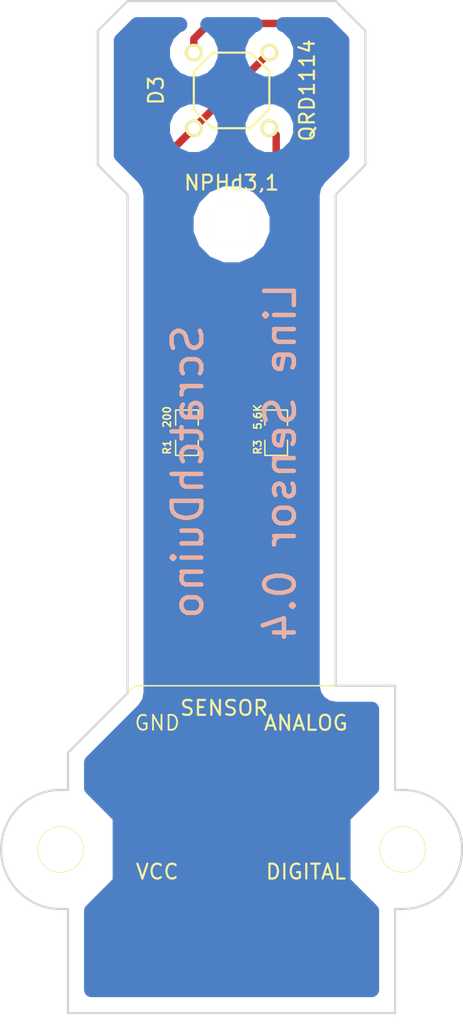
<source format=kicad_pcb>
(kicad_pcb (version 3) (host pcbnew "(2013-may-18)-stable")

  (general
    (links 7)
    (no_connects 1)
    (area 13.683999 13.638999 45.292001 82.718)
    (thickness 1.6)
    (drawings 26)
    (tracks 25)
    (zones 0)
    (modules 5)
    (nets 5)
  )

  (page A3)
  (layers
    (15 F.Cu signal)
    (0 B.Cu signal)
    (16 B.Adhes user hide)
    (17 F.Adhes user hide)
    (18 B.Paste user)
    (19 F.Paste user)
    (20 B.SilkS user)
    (21 F.SilkS user)
    (22 B.Mask user hide)
    (23 F.Mask user hide)
    (24 Dwgs.User user hide)
    (25 Cmts.User user hide)
    (26 Eco1.User user hide)
    (27 Eco2.User user hide)
    (28 Edge.Cuts user)
  )

  (setup
    (last_trace_width 0.5)
    (trace_clearance 0.254)
    (zone_clearance 1)
    (zone_45_only no)
    (trace_min 0.254)
    (segment_width 0.2)
    (edge_width 0.15)
    (via_size 1.5)
    (via_drill 1)
    (via_min_size 0.889)
    (via_min_drill 0.508)
    (uvia_size 0.508)
    (uvia_drill 0.127)
    (uvias_allowed no)
    (uvia_min_size 0.508)
    (uvia_min_drill 0.127)
    (pcb_text_width 0.3)
    (pcb_text_size 1.5 1.5)
    (mod_edge_width 0.15)
    (mod_text_size 1.5 1.5)
    (mod_text_width 0.15)
    (pad_size 3.1 3.1)
    (pad_drill 3)
    (pad_to_mask_clearance 0.2)
    (aux_axis_origin 0 0)
    (visible_elements FFFFFFBF)
    (pcbplotparams
      (layerselection 284983297)
      (usegerberextensions false)
      (excludeedgelayer true)
      (linewidth 0.100000)
      (plotframeref false)
      (viasonmask false)
      (mode 1)
      (useauxorigin false)
      (hpglpennumber 1)
      (hpglpenspeed 20)
      (hpglpendiameter 15)
      (hpglpenoverlay 2)
      (psnegative false)
      (psa4output false)
      (plotreference true)
      (plotvalue true)
      (plotothertext true)
      (plotinvisibletext false)
      (padsonsilk false)
      (subtractmaskfromsilk false)
      (outputformat 1)
      (mirror false)
      (drillshape 0)
      (scaleselection 1)
      (outputdirectory gerber/))
  )

  (net 0 "")
  (net 1 N-000001)
  (net 2 N-000002)
  (net 3 N-000003)
  (net 4 N-000004)

  (net_class Default "Это класс цепей по умолчанию."
    (clearance 0.254)
    (trace_width 0.5)
    (via_dia 1.5)
    (via_drill 1)
    (uvia_dia 0.508)
    (uvia_drill 0.127)
    (add_net "")
    (add_net N-000001)
    (add_net N-000002)
    (add_net N-000003)
    (add_net N-000004)
  )

  (module SMD0805 (layer F.Cu) (tedit 55DAB788) (tstamp 55D8E4DB)
    (at 26.488 42.714 90)
    (path /55D7A98A)
    (attr smd)
    (fp_text reference R1 (at -0.974 -1.342 90) (layer F.SilkS)
      (effects (font (size 0.50038 0.50038) (thickness 0.10922)))
    )
    (fp_text value 200 (at 1.058 -1.342 90) (layer F.SilkS)
      (effects (font (size 0.50038 0.50038) (thickness 0.10922)))
    )
    (fp_line (start -0.508 0.762) (end -1.524 0.762) (layer F.SilkS) (width 0.09906))
    (fp_line (start -1.524 0.762) (end -1.524 -0.762) (layer F.SilkS) (width 0.09906))
    (fp_line (start -1.524 -0.762) (end -0.508 -0.762) (layer F.SilkS) (width 0.09906))
    (fp_line (start 0.508 -0.762) (end 1.524 -0.762) (layer F.SilkS) (width 0.09906))
    (fp_line (start 1.524 -0.762) (end 1.524 0.762) (layer F.SilkS) (width 0.09906))
    (fp_line (start 1.524 0.762) (end 0.508 0.762) (layer F.SilkS) (width 0.09906))
    (pad 1 smd rect (at -0.9525 0 90) (size 0.889 1.397)
      (layers F.Cu F.Paste F.Mask)
      (net 4 N-000004)
    )
    (pad 2 smd rect (at 0.9525 0 90) (size 0.889 1.397)
      (layers F.Cu F.Paste F.Mask)
      (net 3 N-000003)
    )
    (model smd/chip_cms.wrl
      (at (xyz 0 0 0))
      (scale (xyz 0.1 0.1 0.1))
      (rotate (xyz 0 0 0))
    )
  )

  (module SMD0805 (layer F.Cu) (tedit 55DAB782) (tstamp 55D8D148)
    (at 32.488 42.714 270)
    (path /55D7A999)
    (attr smd)
    (fp_text reference R3 (at 0.974 1.246 270) (layer F.SilkS)
      (effects (font (size 0.50038 0.50038) (thickness 0.10922)))
    )
    (fp_text value 5,6K (at -1.058 1.246 270) (layer F.SilkS)
      (effects (font (size 0.50038 0.50038) (thickness 0.10922)))
    )
    (fp_line (start -0.508 0.762) (end -1.524 0.762) (layer F.SilkS) (width 0.09906))
    (fp_line (start -1.524 0.762) (end -1.524 -0.762) (layer F.SilkS) (width 0.09906))
    (fp_line (start -1.524 -0.762) (end -0.508 -0.762) (layer F.SilkS) (width 0.09906))
    (fp_line (start 0.508 -0.762) (end 1.524 -0.762) (layer F.SilkS) (width 0.09906))
    (fp_line (start 1.524 -0.762) (end 1.524 0.762) (layer F.SilkS) (width 0.09906))
    (fp_line (start 1.524 0.762) (end 0.508 0.762) (layer F.SilkS) (width 0.09906))
    (pad 1 smd rect (at -0.9525 0 270) (size 0.889 1.397)
      (layers F.Cu F.Paste F.Mask)
      (net 3 N-000003)
    )
    (pad 2 smd rect (at 0.9525 0 270) (size 0.889 1.397)
      (layers F.Cu F.Paste F.Mask)
      (net 2 N-000002)
    )
    (model smd/chip_cms.wrl
      (at (xyz 0 0 0))
      (scale (xyz 0.1 0.1 0.1))
      (rotate (xyz 0 0 0))
    )
  )

  (module SENSOR (layer F.Cu) (tedit 55DECABD) (tstamp 55D8D16E)
    (at 17.988 82.214)
    (path /55D7A979)
    (fp_text reference P1 (at 11.5 -1.5) (layer F.SilkS) hide
      (effects (font (size 1 1) (thickness 0.15)))
    )
    (fp_text value SENSOR (at 11 -21) (layer F.SilkS)
      (effects (font (size 1 1) (thickness 0.15)))
    )
    (fp_text user DIGITAL (at 16.5 -10) (layer F.SilkS)
      (effects (font (size 1 1) (thickness 0.15)))
    )
    (fp_text user VCC (at 6.5 -10) (layer F.SilkS)
      (effects (font (size 1 1) (thickness 0.15)))
    )
    (fp_text user ANALOG (at 16.5 -20) (layer F.SilkS)
      (effects (font (size 1 1) (thickness 0.15)))
    )
    (fp_text user GND (at 6.5 -20) (layer F.SilkS)
      (effects (font (size 1 1) (thickness 0.125)))
    )
    (fp_line (start 23 -15.5) (end 22.5 -15.5) (layer F.SilkS) (width 0.1))
    (fp_line (start 22.5 -15.5) (end 22.5 -22.5) (layer F.SilkS) (width 0.1))
    (fp_line (start 22.5 -0.5) (end 22.5 -7.5) (layer F.SilkS) (width 0.1))
    (fp_line (start 22.5 -7.5) (end 23 -7.5) (layer F.SilkS) (width 0.1))
    (fp_line (start 0 -7.5) (end 0.5 -7.5) (layer F.SilkS) (width 0.1))
    (fp_line (start 0.5 -7.5) (end 0.5 -0.5) (layer F.SilkS) (width 0.1))
    (fp_line (start 0 -15.5) (end 0.5 -15.5) (layer F.SilkS) (width 0.1))
    (fp_line (start 0.5 -15.5) (end 0.5 -17.5) (layer F.SilkS) (width 0.1))
    (fp_arc (start 23 -11.5) (end 27 -11.5) (angle 90) (layer F.SilkS) (width 0.1))
    (fp_arc (start 23 -11.5) (end 23 -15.5) (angle 90) (layer F.SilkS) (width 0.1))
    (fp_arc (start 0 -11.5) (end 0 -7.5) (angle 90) (layer F.SilkS) (width 0.1))
    (fp_arc (start 0 -11.5) (end -4 -11.5) (angle 90) (layer F.SilkS) (width 0.1))
    (fp_circle (center 0 -11.5) (end 1.5 -11.5) (layer F.SilkS) (width 0.1))
    (fp_circle (center 23 -11.5) (end 24.5 -11.5) (layer F.SilkS) (width 0.1))
    (fp_line (start 0.5 -17.5) (end 0.5 -18) (layer F.SilkS) (width 0.1))
    (fp_line (start 0.5 -18) (end 5 -22.5) (layer F.SilkS) (width 0.1))
    (fp_line (start 5 -22.5) (end 22.5 -22.5) (layer F.SilkS) (width 0.1))
    (fp_line (start 22.5 -0.5) (end 0.5 -0.5) (layer F.SilkS) (width 0.1))
    (pad 2 smd rect (at 6.5 -6.5) (size 5 5)
      (layers F.Cu F.Mask)
      (net 4 N-000004)
      (solder_mask_margin 0.1)
    )
    (pad 3 smd rect (at 16.5 -6.5) (size 5 5)
      (layers F.Cu F.Mask)
    )
    (pad 1 smd rect (at 6.5 -16.5) (size 5 5)
      (layers F.Cu F.Mask)
      (net 1 N-000001)
    )
    (pad 4 smd rect (at 16.5 -16.5) (size 5 5)
      (layers F.Cu F.Mask)
      (net 2 N-000002)
    )
    (pad "" np_thru_hole circle (at 0 -11.5) (size 3.1 3.1) (drill 3)
      (layers *.Cu *.Mask F.SilkS)
    )
    (pad "" np_thru_hole circle (at 23 -11.5) (size 3.1 3.1) (drill 3)
      (layers *.Cu *.Mask F.SilkS)
    )
  )

  (module NPHd3,1 (layer F.Cu) (tedit 55DECADC) (tstamp 55DEC3D3)
    (at 29.488 28.714)
    (fp_text reference NPHd3,1 (at 0 -2.794) (layer F.SilkS)
      (effects (font (size 1 1) (thickness 0.15)))
    )
    (fp_text value "" (at 0.254 2.794) (layer F.SilkS)
      (effects (font (size 1 1) (thickness 0.15)))
    )
    (pad "" np_thru_hole circle (at 0 0) (size 3.1 3.1) (drill 3.1)
      (layers *.Cu *.Mask F.SilkS)
    )
  )

  (module QRD1114 (layer F.Cu) (tedit 55DEC1AA) (tstamp 55D8D1FC)
    (at 29.488 19.714 90)
    (path /55D7AA6B)
    (fp_text reference D3 (at 0 -5.08 90) (layer F.SilkS)
      (effects (font (size 1 1) (thickness 0.15)))
    )
    (fp_text value QRD1114 (at 0 5.08 90) (layer F.SilkS)
      (effects (font (size 1 1) (thickness 0.15)))
    )
    (fp_line (start -2.54 -1.27) (end -1.27 -2.54) (layer F.SilkS) (width 0.15))
    (fp_line (start -1.27 -2.54) (end 1.27 -2.54) (layer F.SilkS) (width 0.15))
    (fp_line (start 1.27 -2.54) (end 2.54 -1.27) (layer F.SilkS) (width 0.15))
    (fp_line (start 2.54 -1.27) (end 2.54 1.27) (layer F.SilkS) (width 0.15))
    (fp_line (start 2.54 1.27) (end 1.27 2.54) (layer F.SilkS) (width 0.15))
    (fp_line (start 1.27 2.54) (end -1.27 2.54) (layer F.SilkS) (width 0.15))
    (fp_line (start -1.27 2.54) (end -2.54 1.27) (layer F.SilkS) (width 0.15))
    (fp_line (start -2.54 1.27) (end -2.54 -1.27) (layer F.SilkS) (width 0.15))
    (pad 4 thru_hole circle (at 2.54 2.54 90) (size 1.2 1.2) (drill 0.8)
      (layers *.Cu *.Mask F.SilkS)
      (net 1 N-000001)
    )
    (pad 3 thru_hole circle (at 2.54 -2.54 90) (size 1.2 1.2) (drill 0.8)
      (layers *.Cu *.Mask F.SilkS)
      (net 2 N-000002)
    )
    (pad 2 thru_hole circle (at -2.54 -2.54 90) (size 1.2 1.2) (drill 0.8)
      (layers *.Cu *.Mask F.SilkS)
      (net 1 N-000001)
    )
    (pad 1 thru_hole circle (at -2.54 2.54 90) (size 1.2 1.2) (drill 0.8)
      (layers *.Cu *.Mask F.SilkS)
      (net 3 N-000003)
    )
  )

  (gr_text "Line Sensor 0.4" (at 32.766 44.704 90) (layer B.SilkS)
    (effects (font (size 2 2) (thickness 0.3)) (justify mirror))
  )
  (gr_text ScratchDuino (at 26.543 45.339 90) (layer B.SilkS)
    (effects (font (size 2 2) (thickness 0.3)) (justify mirror))
  )
  (gr_line (start 36.488 26.714) (end 36.488 59.714) (angle 90) (layer Edge.Cuts) (width 0.15))
  (gr_line (start 38.488 24.714) (end 36.488 26.714) (angle 90) (layer Edge.Cuts) (width 0.15))
  (gr_line (start 38.488 15.714) (end 38.488 24.714) (angle 90) (layer Edge.Cuts) (width 0.15))
  (gr_line (start 36.488 13.714) (end 38.488 15.714) (angle 90) (layer Edge.Cuts) (width 0.15))
  (gr_line (start 22.488 13.714) (end 36.488 13.714) (angle 90) (layer Edge.Cuts) (width 0.15))
  (gr_line (start 20.488 15.714) (end 22.488 13.714) (angle 90) (layer Edge.Cuts) (width 0.15))
  (gr_line (start 20.488 24.714) (end 20.488 15.714) (angle 90) (layer Edge.Cuts) (width 0.15))
  (gr_line (start 22.488 26.714) (end 20.488 24.714) (angle 90) (layer Edge.Cuts) (width 0.15))
  (gr_line (start 22.488 60.214) (end 22.488 26.714) (angle 90) (layer Edge.Cuts) (width 0.15))
  (gr_line (start 22.488 60.214) (end 18.488 64.214) (angle 90) (layer Edge.Cuts) (width 0.15))
  (gr_line (start 18.488 66.714) (end 18.488 64.214) (angle 90) (layer Edge.Cuts) (width 0.15))
  (gr_line (start 17.988 66.714) (end 18.488 66.714) (angle 90) (layer Edge.Cuts) (width 0.15))
  (gr_line (start 40.488 59.714) (end 36.488 59.714) (angle 90) (layer Edge.Cuts) (width 0.15))
  (gr_line (start 40.488 66.714) (end 40.488 59.714) (angle 90) (layer Edge.Cuts) (width 0.15))
  (gr_line (start 41.088 66.714) (end 40.488 66.714) (angle 90) (layer Edge.Cuts) (width 0.15))
  (gr_line (start 40.488 74.714) (end 40.988 74.714) (angle 90) (layer Edge.Cuts) (width 0.15))
  (gr_line (start 40.488 81.714) (end 40.488 74.714) (angle 90) (layer Edge.Cuts) (width 0.15))
  (gr_line (start 18.488 81.714) (end 40.488 81.714) (angle 90) (layer Edge.Cuts) (width 0.15))
  (gr_line (start 18.488 74.714) (end 18.488 81.714) (angle 90) (layer Edge.Cuts) (width 0.15))
  (gr_line (start 17.888 74.714) (end 18.488 74.714) (angle 90) (layer Edge.Cuts) (width 0.15))
  (gr_arc (start 40.988 70.714) (end 44.988 70.714) (angle 90) (layer Edge.Cuts) (width 0.15))
  (gr_arc (start 40.988 70.714) (end 41.088 66.714) (angle 90) (layer Edge.Cuts) (width 0.15))
  (gr_arc (start 17.988 70.714) (end 17.888 74.714) (angle 90) (layer Edge.Cuts) (width 0.15))
  (gr_arc (start 17.988 70.714) (end 13.988 70.714) (angle 90) (layer Edge.Cuts) (width 0.15))

  (segment (start 24.488 65.714) (end 24.488 24.714) (width 0.5) (layer F.Cu) (net 1))
  (segment (start 24.488 24.714) (end 32.028 17.174) (width 0.5) (layer F.Cu) (net 1) (tstamp 55D8E523))
  (segment (start 26.948 17.174) (end 26.948 16.254) (width 0.5) (layer F.Cu) (net 2))
  (segment (start 33.5355 43.6665) (end 34.488 42.714) (width 0.5) (layer F.Cu) (net 2) (tstamp 55D8E5FE))
  (segment (start 34.488 42.714) (end 34.488 24.714) (width 0.5) (layer F.Cu) (net 2) (tstamp 55D8E5FF))
  (segment (start 33.5355 43.6665) (end 32.488 43.6665) (width 0.5) (layer F.Cu) (net 2))
  (segment (start 34.488 16.214) (end 34.488 24.714) (width 0.5) (layer F.Cu) (net 2) (tstamp 55D8E605))
  (segment (start 33.488 15.214) (end 34.488 16.214) (width 0.5) (layer F.Cu) (net 2) (tstamp 55D8E604))
  (segment (start 27.988 15.214) (end 33.488 15.214) (width 0.5) (layer F.Cu) (net 2) (tstamp 55D8E603))
  (segment (start 26.948 16.254) (end 27.988 15.214) (width 0.5) (layer F.Cu) (net 2) (tstamp 55D8E602))
  (segment (start 32.488 43.6665) (end 32.488 55.714) (width 0.5) (layer F.Cu) (net 2))
  (segment (start 34.488 62.214) (end 32.488 60.214) (width 0.5) (layer F.Cu) (net 2) (tstamp 55D8E5F6))
  (segment (start 32.488 60.214) (end 32.488 55.714) (width 0.5) (layer F.Cu) (net 2) (tstamp 55D8E5F8))
  (segment (start 34.488 62.214) (end 34.488 65.714) (width 0.5) (layer F.Cu) (net 2))
  (segment (start 32.488 41.7615) (end 32.488 22.714) (width 0.5) (layer F.Cu) (net 3))
  (segment (start 32.488 22.714) (end 32.028 22.254) (width 0.5) (layer F.Cu) (net 3) (tstamp 55D8E5F3))
  (segment (start 26.488 41.7615) (end 26.488 40.214) (width 0.5) (layer F.Cu) (net 3))
  (segment (start 32.488 40.214) (end 32.488 41.7615) (width 0.5) (layer F.Cu) (net 3) (tstamp 55D8E5F0))
  (segment (start 31.488 39.214) (end 32.488 40.214) (width 0.5) (layer F.Cu) (net 3) (tstamp 55D8E5EF))
  (segment (start 27.488 39.214) (end 31.488 39.214) (width 0.5) (layer F.Cu) (net 3) (tstamp 55D8E5EE))
  (segment (start 26.488 40.214) (end 27.488 39.214) (width 0.5) (layer F.Cu) (net 3) (tstamp 55D8E5ED))
  (segment (start 26.488 43.6665) (end 26.488 60.714) (width 0.5) (layer F.Cu) (net 4))
  (segment (start 28.488 71.714) (end 24.488 75.714) (width 0.5) (layer F.Cu) (net 4) (tstamp 55D8E5E9))
  (segment (start 28.488 62.714) (end 28.488 71.714) (width 0.5) (layer F.Cu) (net 4) (tstamp 55D8E5E7))
  (segment (start 26.488 60.714) (end 28.488 62.714) (width 0.5) (layer F.Cu) (net 4) (tstamp 55D8E5E5))

  (zone (net 0) (net_name "") (layer B.Cu) (tstamp 55D8E980) (hatch edge 0.508)
    (connect_pads (clearance 1))
    (min_thickness 1)
    (fill (arc_segments 16) (thermal_gap 1) (thermal_bridge_width 1.2))
    (polygon
      (pts
        (xy 40.488 81.714) (xy 18.488 81.714) (xy 18.488 74.714) (xy 19.488 74.714) (xy 21.488 72.714)
        (xy 21.488 68.714) (xy 19.488 66.714) (xy 18.488 66.714) (xy 18.488 64.714) (xy 22.488 60.714)
        (xy 22.488 26.714) (xy 20.488 24.714) (xy 20.488 15.714) (xy 22.488 13.714) (xy 36.488 13.714)
        (xy 38.488 15.714) (xy 38.488 24.714) (xy 36.488 26.714) (xy 36.488 59.714) (xy 40.488 59.714)
        (xy 40.488 66.714) (xy 39.488 66.714) (xy 37.488 68.714) (xy 37.488 72.714) (xy 39.488 74.714)
        (xy 40.488 74.714)
      )
    )
    (filled_polygon
      (pts
        (xy 38.913 80.139) (xy 34.128363 80.139) (xy 34.128363 21.838117) (xy 33.809331 21.066) (xy 33.219107 20.474745)
        (xy 32.447548 20.154366) (xy 31.612117 20.153637) (xy 30.84 20.472669) (xy 30.248745 21.062893) (xy 29.928366 21.834452)
        (xy 29.927637 22.669883) (xy 30.246669 23.442) (xy 30.836893 24.033255) (xy 31.608452 24.353634) (xy 32.443883 24.354363)
        (xy 33.216 24.035331) (xy 33.807255 23.445107) (xy 34.127634 22.673548) (xy 34.128363 21.838117) (xy 34.128363 80.139)
        (xy 32.542234 80.139) (xy 32.542234 28.12901) (xy 32.538519 28.119858) (xy 32.538528 28.109979) (xy 32.310424 27.557925)
        (xy 32.085878 27.004735) (xy 32.075324 26.98894) (xy 32.075172 26.988571) (xy 32.074886 26.988285) (xy 32.06132 26.967981)
        (xy 32.052914 26.966274) (xy 31.235361 26.147294) (xy 31.234019 26.14068) (xy 31.224921 26.136835) (xy 31.217942 26.129844)
        (xy 30.666328 25.900794) (xy 30.116344 25.66839) (xy 30.106468 25.668319) (xy 30.097344 25.664531) (xy 29.500069 25.664009)
        (xy 29.048363 25.660798) (xy 29.048363 21.838117) (xy 28.729331 21.066) (xy 28.139107 20.474745) (xy 27.367548 20.154366)
        (xy 26.532117 20.153637) (xy 25.76 20.472669) (xy 25.168745 21.062893) (xy 24.848366 21.834452) (xy 24.847637 22.669883)
        (xy 25.166669 23.442) (xy 25.756893 24.033255) (xy 26.528452 24.353634) (xy 27.363883 24.354363) (xy 28.136 24.035331)
        (xy 28.727255 23.445107) (xy 29.047634 22.673548) (xy 29.048363 21.838117) (xy 29.048363 25.660798) (xy 28.90301 25.659766)
        (xy 28.893858 25.66348) (xy 28.883979 25.663472) (xy 28.331925 25.891575) (xy 27.778735 26.116122) (xy 27.76294 26.126675)
        (xy 27.762571 26.126828) (xy 27.762285 26.127113) (xy 27.741981 26.14068) (xy 27.740274 26.149085) (xy 26.921294 26.966638)
        (xy 26.91468 26.967981) (xy 26.910835 26.977078) (xy 26.903844 26.984058) (xy 26.674794 27.535671) (xy 26.44239 28.085656)
        (xy 26.442319 28.095531) (xy 26.438531 28.104656) (xy 26.438009 28.70193) (xy 26.433766 29.29899) (xy 26.43748 29.308141)
        (xy 26.437472 29.318021) (xy 26.665575 29.870074) (xy 26.890122 30.423265) (xy 26.900675 30.439059) (xy 26.900828 30.439429)
        (xy 26.901113 30.439714) (xy 26.91468 30.460019) (xy 26.923085 30.461725) (xy 27.740638 31.280705) (xy 27.741981 31.28732)
        (xy 27.751078 31.291164) (xy 27.758058 31.298156) (xy 28.309671 31.527205) (xy 28.859656 31.75961) (xy 28.869531 31.75968)
        (xy 28.878656 31.763469) (xy 29.47593 31.76399) (xy 30.07299 31.768234) (xy 30.082141 31.764519) (xy 30.092021 31.764528)
        (xy 30.644074 31.536424) (xy 31.197265 31.311878) (xy 31.213059 31.301324) (xy 31.213429 31.301172) (xy 31.213714 31.300886)
        (xy 31.234019 31.28732) (xy 31.235725 31.278914) (xy 32.054705 30.461361) (xy 32.06132 30.460019) (xy 32.065164 30.450921)
        (xy 32.072156 30.443942) (xy 32.301205 29.892328) (xy 32.53361 29.342344) (xy 32.53368 29.332468) (xy 32.537469 29.323344)
        (xy 32.53799 28.726069) (xy 32.542234 28.12901) (xy 32.542234 80.139) (xy 20.063 80.139) (xy 20.063 74.846107)
        (xy 21.988 72.921107) (xy 21.988 68.506893) (xy 20.063 66.581893) (xy 20.063 64.866386) (xy 23.601693 61.327693)
        (xy 23.94311 60.816727) (xy 23.94311 60.816726) (xy 24.063 60.214) (xy 24.063 26.714) (xy 23.94311 26.111274)
        (xy 23.94311 26.111273) (xy 23.601693 25.600307) (xy 22.063 24.061614) (xy 22.063 16.366386) (xy 23.140386 15.289)
        (xy 26.010898 15.289) (xy 25.76 15.392669) (xy 25.168745 15.982893) (xy 24.848366 16.754452) (xy 24.847637 17.589883)
        (xy 25.166669 18.362) (xy 25.756893 18.953255) (xy 26.528452 19.273634) (xy 27.363883 19.274363) (xy 28.136 18.955331)
        (xy 28.727255 18.365107) (xy 29.047634 17.593548) (xy 29.048363 16.758117) (xy 28.729331 15.986) (xy 28.139107 15.394745)
        (xy 27.884444 15.289) (xy 31.090898 15.289) (xy 30.84 15.392669) (xy 30.248745 15.982893) (xy 29.928366 16.754452)
        (xy 29.927637 17.589883) (xy 30.246669 18.362) (xy 30.836893 18.953255) (xy 31.608452 19.273634) (xy 32.443883 19.274363)
        (xy 33.216 18.955331) (xy 33.807255 18.365107) (xy 34.127634 17.593548) (xy 34.128363 16.758117) (xy 33.809331 15.986)
        (xy 33.219107 15.394745) (xy 32.964444 15.289) (xy 35.835614 15.289) (xy 36.913 16.366386) (xy 36.913 24.061614)
        (xy 35.374307 25.600307) (xy 35.03289 26.111273) (xy 34.913 26.714) (xy 34.913 59.714) (xy 35.03289 60.316726)
        (xy 35.374307 60.827693) (xy 35.885274 61.16911) (xy 36.488 61.289) (xy 38.913 61.289) (xy 38.913 66.581893)
        (xy 36.988 68.506893) (xy 36.988 72.921107) (xy 38.913 74.846107) (xy 38.913 80.139)
      )
    )
  )
)

</source>
